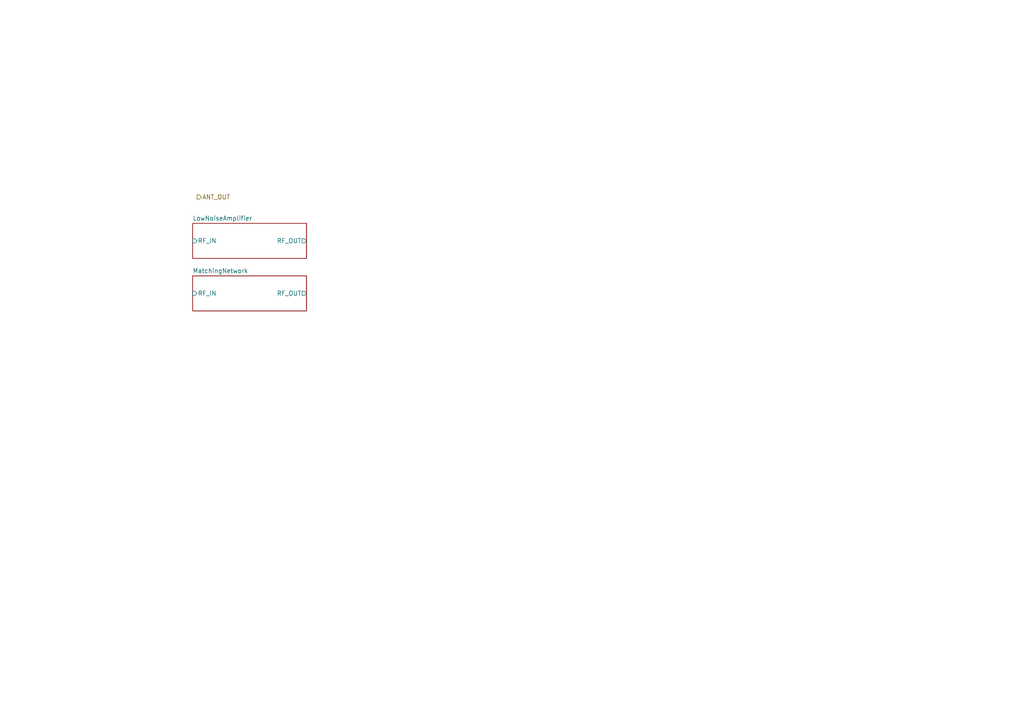
<source format=kicad_sch>
(kicad_sch
	(version 20231120)
	(generator "eeschema")
	(generator_version "8.0")
	(uuid "5b9343f9-1db5-4691-abfa-7b25a26f8ee2")
	(paper "A4")
	(lib_symbols)
	(hierarchical_label "ANT_OUT"
		(shape output)
		(at 57.15 57.15 0)
		(fields_autoplaced yes)
		(effects
			(font
				(size 1.27 1.27)
			)
			(justify left)
		)
		(uuid "b21344c2-f158-4f56-b929-6b5c3a258850")
	)
	(sheet
		(at 55.88 80.01)
		(size 33.02 10.16)
		(fields_autoplaced yes)
		(stroke
			(width 0.1524)
			(type solid)
		)
		(fill
			(color 0 0 0 0.0000)
		)
		(uuid "241dbac4-9410-4716-9cea-3ef70e4ccd5e")
		(property "Sheetname" "MatchingNetwork"
			(at 55.88 79.2984 0)
			(effects
				(font
					(size 1.27 1.27)
				)
				(justify left bottom)
			)
		)
		(property "Sheetfile" "MatchingNetwork.kicad_sch"
			(at 55.88 90.7546 0)
			(effects
				(font
					(size 1.27 1.27)
				)
				(justify left top)
				(hide yes)
			)
		)
		(pin "RF_IN" input
			(at 55.88 85.09 180)
			(effects
				(font
					(size 1.27 1.27)
				)
				(justify left)
			)
			(uuid "d67e5269-a2b9-4f29-afec-4e1ce0154931")
		)
		(pin "RF_OUT" output
			(at 88.9 85.09 0)
			(effects
				(font
					(size 1.27 1.27)
				)
				(justify right)
			)
			(uuid "25d2a943-c653-4d16-b127-736b4f9606cb")
		)
		(instances
			(project "FMRadio"
				(path "/08ed33fe-d788-4549-aa44-52118ac2b8d0/ae044dd3-3182-46db-ad39-9a3eed9b786c"
					(page "14")
				)
			)
		)
	)
	(sheet
		(at 55.88 64.77)
		(size 33.02 10.16)
		(fields_autoplaced yes)
		(stroke
			(width 0.1524)
			(type solid)
		)
		(fill
			(color 0 0 0 0.0000)
		)
		(uuid "76a58ffa-96e1-4aee-8341-80680bc8b88b")
		(property "Sheetname" "LowNoiseAmplifier"
			(at 55.88 64.0584 0)
			(effects
				(font
					(size 1.27 1.27)
				)
				(justify left bottom)
			)
		)
		(property "Sheetfile" "LowNoiseAmplifier.kicad_sch"
			(at 55.88 75.5146 0)
			(effects
				(font
					(size 1.27 1.27)
				)
				(justify left top)
				(hide yes)
			)
		)
		(pin "RF_IN" input
			(at 55.88 69.85 180)
			(effects
				(font
					(size 1.27 1.27)
				)
				(justify left)
			)
			(uuid "5767bfe1-0530-4b52-af2c-57c686c2d568")
		)
		(pin "RF_OUT" output
			(at 88.9 69.85 0)
			(effects
				(font
					(size 1.27 1.27)
				)
				(justify right)
			)
			(uuid "847d79b1-e750-4c61-979f-7f1c16ff785c")
		)
		(instances
			(project "FMRadio"
				(path "/08ed33fe-d788-4549-aa44-52118ac2b8d0/ae044dd3-3182-46db-ad39-9a3eed9b786c"
					(page "13")
				)
			)
		)
	)
)
</source>
